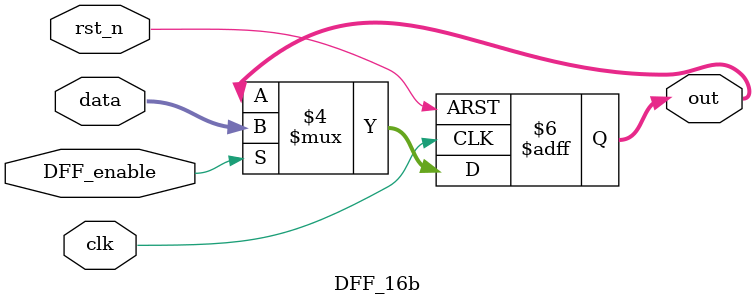
<source format=v>
`timescale 1ns / 1ps

module DFF_16b(
    input [15:0]data,
	 input clk,rst_n,DFF_enable,
	 output reg [15:0]out
    );
	 always@(posedge clk or negedge rst_n)
	     if(!rst_n) out <= 16'b0;
		  else if(DFF_enable) out <= data;
		  else out <= out;
		  
endmodule

</source>
